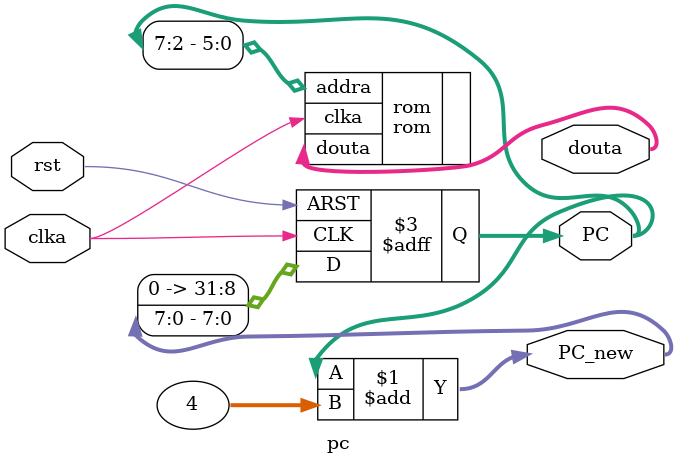
<source format=v>
`timescale 1ns / 1ps
module pc(clka,douta,rst,PC,PC_new );
input rst;
input clka;
output  wire [31:0] douta;
output  reg [31:0] PC;
output  wire [31:0] PC_new;



assign PC_new=PC+4;
always@(posedge rst or negedge clka)
begin 
    if(rst)
       PC<=32'h0000_0000;
    else 
       PC<={24'b00_0000,PC_new[7:0]};
		 
end

rom rom(
  .clka(clka), // input clka
  //.wea(wea), // input [0 : 0] wea
  .addra(PC[7:2]), // input [5 : 0] addra
  //.dina(dina), // input [31 : 0] dina
  .douta(douta) // output [31 : 0] douta
);
endmodule

</source>
